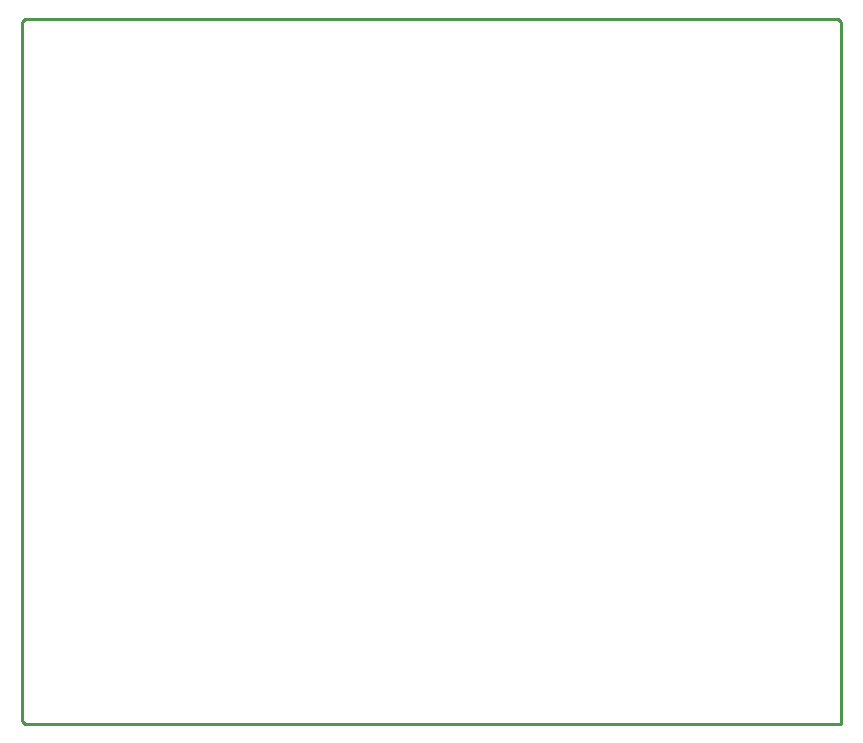
<source format=gko>
%FSLAX44Y44*%
%MOMM*%
G71*
G01*
G75*
G04 Layer_Color=16711935*
%ADD10C,0.7620*%
%ADD11C,0.3810*%
%ADD12O,1.5492X1.5240*%
%ADD13R,1.7780X1.7780*%
%ADD14C,1.7780*%
%ADD15R,2.3000X1.6000*%
%ADD16R,1.5000X1.5000*%
%ADD17C,1.5000*%
%ADD18O,2.0320X1.5240*%
%ADD19C,1.4000*%
%ADD20R,1.8032X1.7780*%
%ADD21R,1.7780X1.8032*%
%ADD22R,1.5000X1.5000*%
%ADD23C,3.4000*%
%ADD24C,0.2540*%
D24*
X985520Y629920D02*
Y1224280D01*
X294640Y629920D02*
X985520D01*
X292100Y632460D02*
X294640Y629920D01*
X292100Y632460D02*
Y1224280D01*
X294640Y1226820D01*
X982980D01*
X985520Y1224280D01*
M02*

</source>
